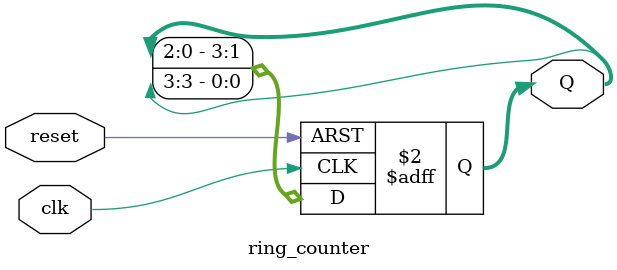
<source format=v>

module ring_counter(clk, reset, Q);
    input clk, reset;
    output reg [3:0] Q;

    always @(posedge clk or posedge reset) begin
        if (reset) begin
            Q <= 4'b0001;
        end
        else begin
            Q <= {Q[2:0], Q[3]}; // Rotate left
        end
    end
endmodule

</source>
